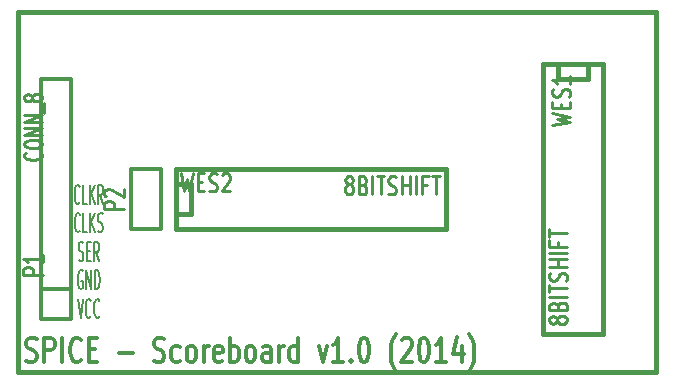
<source format=gto>
G04 (created by PCBNEW-RS274X (2011-05-25)-stable) date Thu 19 Jun 2014 11:29:52 AM PDT*
G01*
G70*
G90*
%MOIN*%
G04 Gerber Fmt 3.4, Leading zero omitted, Abs format*
%FSLAX34Y34*%
G04 APERTURE LIST*
%ADD10C,0.006000*%
%ADD11C,0.006900*%
%ADD12C,0.012000*%
%ADD13C,0.015000*%
%ADD14C,0.010700*%
%ADD15C,0.010000*%
%ADD16C,0.011300*%
G04 APERTURE END LIST*
G54D10*
G54D11*
X06798Y-11095D02*
X06785Y-11125D01*
X06746Y-11155D01*
X06720Y-11155D01*
X06680Y-11125D01*
X06654Y-11065D01*
X06641Y-11005D01*
X06628Y-10885D01*
X06628Y-10795D01*
X06641Y-10675D01*
X06654Y-10615D01*
X06680Y-10555D01*
X06720Y-10525D01*
X06746Y-10525D01*
X06785Y-10555D01*
X06798Y-10585D01*
X07048Y-11155D02*
X06917Y-11155D01*
X06917Y-10525D01*
X07140Y-11155D02*
X07140Y-10525D01*
X07297Y-11155D02*
X07179Y-10795D01*
X07297Y-10525D02*
X07140Y-10885D01*
X07573Y-11155D02*
X07481Y-10855D01*
X07416Y-11155D02*
X07416Y-10525D01*
X07521Y-10525D01*
X07547Y-10555D01*
X07560Y-10585D01*
X07573Y-10645D01*
X07573Y-10735D01*
X07560Y-10795D01*
X07547Y-10825D01*
X07521Y-10855D01*
X07416Y-10855D01*
X06804Y-12046D02*
X06791Y-12076D01*
X06752Y-12106D01*
X06726Y-12106D01*
X06686Y-12076D01*
X06660Y-12016D01*
X06647Y-11956D01*
X06634Y-11836D01*
X06634Y-11746D01*
X06647Y-11626D01*
X06660Y-11566D01*
X06686Y-11506D01*
X06726Y-11476D01*
X06752Y-11476D01*
X06791Y-11506D01*
X06804Y-11536D01*
X07054Y-12106D02*
X06923Y-12106D01*
X06923Y-11476D01*
X07146Y-12106D02*
X07146Y-11476D01*
X07303Y-12106D02*
X07185Y-11746D01*
X07303Y-11476D02*
X07146Y-11836D01*
X07409Y-12076D02*
X07448Y-12106D01*
X07514Y-12106D01*
X07540Y-12076D01*
X07553Y-12046D01*
X07566Y-11986D01*
X07566Y-11926D01*
X07553Y-11866D01*
X07540Y-11836D01*
X07514Y-11806D01*
X07461Y-11776D01*
X07435Y-11746D01*
X07422Y-11716D01*
X07409Y-11656D01*
X07409Y-11596D01*
X07422Y-11536D01*
X07435Y-11506D01*
X07461Y-11476D01*
X07527Y-11476D01*
X07566Y-11506D01*
X06759Y-13027D02*
X06798Y-13057D01*
X06864Y-13057D01*
X06890Y-13027D01*
X06903Y-12997D01*
X06916Y-12937D01*
X06916Y-12877D01*
X06903Y-12817D01*
X06890Y-12787D01*
X06864Y-12757D01*
X06811Y-12727D01*
X06785Y-12697D01*
X06772Y-12667D01*
X06759Y-12607D01*
X06759Y-12547D01*
X06772Y-12487D01*
X06785Y-12457D01*
X06811Y-12427D01*
X06877Y-12427D01*
X06916Y-12457D01*
X07035Y-12727D02*
X07127Y-12727D01*
X07166Y-13057D02*
X07035Y-13057D01*
X07035Y-12427D01*
X07166Y-12427D01*
X07442Y-13057D02*
X07350Y-12757D01*
X07285Y-13057D02*
X07285Y-12427D01*
X07390Y-12427D01*
X07416Y-12457D01*
X07429Y-12487D01*
X07442Y-12547D01*
X07442Y-12637D01*
X07429Y-12697D01*
X07416Y-12727D01*
X07390Y-12757D01*
X07285Y-12757D01*
X06890Y-13408D02*
X06864Y-13378D01*
X06825Y-13378D01*
X06785Y-13408D01*
X06759Y-13468D01*
X06746Y-13528D01*
X06733Y-13648D01*
X06733Y-13738D01*
X06746Y-13858D01*
X06759Y-13918D01*
X06785Y-13978D01*
X06825Y-14008D01*
X06851Y-14008D01*
X06890Y-13978D01*
X06903Y-13948D01*
X06903Y-13738D01*
X06851Y-13738D01*
X07022Y-14008D02*
X07022Y-13378D01*
X07179Y-14008D01*
X07179Y-13378D01*
X07311Y-14008D02*
X07311Y-13378D01*
X07376Y-13378D01*
X07416Y-13408D01*
X07442Y-13468D01*
X07455Y-13528D01*
X07468Y-13648D01*
X07468Y-13738D01*
X07455Y-13858D01*
X07442Y-13918D01*
X07416Y-13978D01*
X07376Y-14008D01*
X07311Y-14008D01*
X06732Y-14329D02*
X06824Y-14959D01*
X06916Y-14329D01*
X07166Y-14899D02*
X07153Y-14929D01*
X07114Y-14959D01*
X07088Y-14959D01*
X07048Y-14929D01*
X07022Y-14869D01*
X07009Y-14809D01*
X06996Y-14689D01*
X06996Y-14599D01*
X07009Y-14479D01*
X07022Y-14419D01*
X07048Y-14359D01*
X07088Y-14329D01*
X07114Y-14329D01*
X07153Y-14359D01*
X07166Y-14389D01*
X07442Y-14899D02*
X07429Y-14929D01*
X07390Y-14959D01*
X07364Y-14959D01*
X07324Y-14929D01*
X07298Y-14869D01*
X07285Y-14809D01*
X07272Y-14689D01*
X07272Y-14599D01*
X07285Y-14479D01*
X07298Y-14419D01*
X07324Y-14359D01*
X07364Y-14329D01*
X07390Y-14329D01*
X07429Y-14359D01*
X07442Y-14389D01*
G54D12*
X05016Y-16386D02*
X05102Y-16424D01*
X05245Y-16424D01*
X05302Y-16386D01*
X05331Y-16348D01*
X05359Y-16271D01*
X05359Y-16195D01*
X05331Y-16119D01*
X05302Y-16081D01*
X05245Y-16043D01*
X05131Y-16005D01*
X05073Y-15967D01*
X05045Y-15929D01*
X05016Y-15852D01*
X05016Y-15776D01*
X05045Y-15700D01*
X05073Y-15662D01*
X05131Y-15624D01*
X05273Y-15624D01*
X05359Y-15662D01*
X05616Y-16424D02*
X05616Y-15624D01*
X05844Y-15624D01*
X05902Y-15662D01*
X05930Y-15700D01*
X05959Y-15776D01*
X05959Y-15890D01*
X05930Y-15967D01*
X05902Y-16005D01*
X05844Y-16043D01*
X05616Y-16043D01*
X06216Y-16424D02*
X06216Y-15624D01*
X06845Y-16348D02*
X06816Y-16386D01*
X06730Y-16424D01*
X06673Y-16424D01*
X06588Y-16386D01*
X06530Y-16310D01*
X06502Y-16233D01*
X06473Y-16081D01*
X06473Y-15967D01*
X06502Y-15814D01*
X06530Y-15738D01*
X06588Y-15662D01*
X06673Y-15624D01*
X06730Y-15624D01*
X06816Y-15662D01*
X06845Y-15700D01*
X07102Y-16005D02*
X07302Y-16005D01*
X07388Y-16424D02*
X07102Y-16424D01*
X07102Y-15624D01*
X07388Y-15624D01*
X08102Y-16119D02*
X08559Y-16119D01*
X09273Y-16386D02*
X09359Y-16424D01*
X09502Y-16424D01*
X09559Y-16386D01*
X09588Y-16348D01*
X09616Y-16271D01*
X09616Y-16195D01*
X09588Y-16119D01*
X09559Y-16081D01*
X09502Y-16043D01*
X09388Y-16005D01*
X09330Y-15967D01*
X09302Y-15929D01*
X09273Y-15852D01*
X09273Y-15776D01*
X09302Y-15700D01*
X09330Y-15662D01*
X09388Y-15624D01*
X09530Y-15624D01*
X09616Y-15662D01*
X10130Y-16386D02*
X10073Y-16424D01*
X09959Y-16424D01*
X09901Y-16386D01*
X09873Y-16348D01*
X09844Y-16271D01*
X09844Y-16043D01*
X09873Y-15967D01*
X09901Y-15929D01*
X09959Y-15890D01*
X10073Y-15890D01*
X10130Y-15929D01*
X10473Y-16424D02*
X10415Y-16386D01*
X10387Y-16348D01*
X10358Y-16271D01*
X10358Y-16043D01*
X10387Y-15967D01*
X10415Y-15929D01*
X10473Y-15890D01*
X10558Y-15890D01*
X10615Y-15929D01*
X10644Y-15967D01*
X10673Y-16043D01*
X10673Y-16271D01*
X10644Y-16348D01*
X10615Y-16386D01*
X10558Y-16424D01*
X10473Y-16424D01*
X10930Y-16424D02*
X10930Y-15890D01*
X10930Y-16043D02*
X10958Y-15967D01*
X10987Y-15929D01*
X11044Y-15890D01*
X11101Y-15890D01*
X11529Y-16386D02*
X11472Y-16424D01*
X11358Y-16424D01*
X11301Y-16386D01*
X11272Y-16310D01*
X11272Y-16005D01*
X11301Y-15929D01*
X11358Y-15890D01*
X11472Y-15890D01*
X11529Y-15929D01*
X11558Y-16005D01*
X11558Y-16081D01*
X11272Y-16157D01*
X11815Y-16424D02*
X11815Y-15624D01*
X11815Y-15929D02*
X11872Y-15890D01*
X11986Y-15890D01*
X12043Y-15929D01*
X12072Y-15967D01*
X12101Y-16043D01*
X12101Y-16271D01*
X12072Y-16348D01*
X12043Y-16386D01*
X11986Y-16424D01*
X11872Y-16424D01*
X11815Y-16386D01*
X12444Y-16424D02*
X12386Y-16386D01*
X12358Y-16348D01*
X12329Y-16271D01*
X12329Y-16043D01*
X12358Y-15967D01*
X12386Y-15929D01*
X12444Y-15890D01*
X12529Y-15890D01*
X12586Y-15929D01*
X12615Y-15967D01*
X12644Y-16043D01*
X12644Y-16271D01*
X12615Y-16348D01*
X12586Y-16386D01*
X12529Y-16424D01*
X12444Y-16424D01*
X13158Y-16424D02*
X13158Y-16005D01*
X13129Y-15929D01*
X13072Y-15890D01*
X12958Y-15890D01*
X12901Y-15929D01*
X13158Y-16386D02*
X13101Y-16424D01*
X12958Y-16424D01*
X12901Y-16386D01*
X12872Y-16310D01*
X12872Y-16233D01*
X12901Y-16157D01*
X12958Y-16119D01*
X13101Y-16119D01*
X13158Y-16081D01*
X13444Y-16424D02*
X13444Y-15890D01*
X13444Y-16043D02*
X13472Y-15967D01*
X13501Y-15929D01*
X13558Y-15890D01*
X13615Y-15890D01*
X14072Y-16424D02*
X14072Y-15624D01*
X14072Y-16386D02*
X14015Y-16424D01*
X13901Y-16424D01*
X13843Y-16386D01*
X13815Y-16348D01*
X13786Y-16271D01*
X13786Y-16043D01*
X13815Y-15967D01*
X13843Y-15929D01*
X13901Y-15890D01*
X14015Y-15890D01*
X14072Y-15929D01*
X14758Y-15890D02*
X14901Y-16424D01*
X15043Y-15890D01*
X15586Y-16424D02*
X15243Y-16424D01*
X15415Y-16424D02*
X15415Y-15624D01*
X15358Y-15738D01*
X15300Y-15814D01*
X15243Y-15852D01*
X15843Y-16348D02*
X15871Y-16386D01*
X15843Y-16424D01*
X15814Y-16386D01*
X15843Y-16348D01*
X15843Y-16424D01*
X16243Y-15624D02*
X16300Y-15624D01*
X16357Y-15662D01*
X16386Y-15700D01*
X16415Y-15776D01*
X16443Y-15929D01*
X16443Y-16119D01*
X16415Y-16271D01*
X16386Y-16348D01*
X16357Y-16386D01*
X16300Y-16424D01*
X16243Y-16424D01*
X16186Y-16386D01*
X16157Y-16348D01*
X16129Y-16271D01*
X16100Y-16119D01*
X16100Y-15929D01*
X16129Y-15776D01*
X16157Y-15700D01*
X16186Y-15662D01*
X16243Y-15624D01*
X17328Y-16729D02*
X17300Y-16690D01*
X17243Y-16576D01*
X17214Y-16500D01*
X17185Y-16386D01*
X17157Y-16195D01*
X17157Y-16043D01*
X17185Y-15852D01*
X17214Y-15738D01*
X17243Y-15662D01*
X17300Y-15548D01*
X17328Y-15510D01*
X17528Y-15700D02*
X17557Y-15662D01*
X17614Y-15624D01*
X17757Y-15624D01*
X17814Y-15662D01*
X17843Y-15700D01*
X17871Y-15776D01*
X17871Y-15852D01*
X17843Y-15967D01*
X17500Y-16424D01*
X17871Y-16424D01*
X18242Y-15624D02*
X18299Y-15624D01*
X18356Y-15662D01*
X18385Y-15700D01*
X18414Y-15776D01*
X18442Y-15929D01*
X18442Y-16119D01*
X18414Y-16271D01*
X18385Y-16348D01*
X18356Y-16386D01*
X18299Y-16424D01*
X18242Y-16424D01*
X18185Y-16386D01*
X18156Y-16348D01*
X18128Y-16271D01*
X18099Y-16119D01*
X18099Y-15929D01*
X18128Y-15776D01*
X18156Y-15700D01*
X18185Y-15662D01*
X18242Y-15624D01*
X19013Y-16424D02*
X18670Y-16424D01*
X18842Y-16424D02*
X18842Y-15624D01*
X18785Y-15738D01*
X18727Y-15814D01*
X18670Y-15852D01*
X19527Y-15890D02*
X19527Y-16424D01*
X19384Y-15586D02*
X19241Y-16157D01*
X19613Y-16157D01*
X19784Y-16729D02*
X19812Y-16690D01*
X19869Y-16576D01*
X19898Y-16500D01*
X19927Y-16386D01*
X19955Y-16195D01*
X19955Y-16043D01*
X19927Y-15852D01*
X19898Y-15738D01*
X19869Y-15662D01*
X19812Y-15548D01*
X19784Y-15510D01*
G54D13*
X26000Y-04750D02*
X04750Y-04750D01*
X26000Y-16750D02*
X26000Y-04750D01*
X04750Y-16750D02*
X26000Y-16750D01*
X04750Y-04750D02*
X04750Y-16750D01*
G54D12*
X05500Y-15000D02*
X05500Y-07000D01*
X05500Y-07000D02*
X06500Y-07000D01*
X06500Y-07000D02*
X06500Y-15000D01*
X06500Y-15000D02*
X05500Y-15000D01*
X06500Y-14000D02*
X05500Y-14000D01*
X09500Y-12000D02*
X08500Y-12000D01*
X08500Y-12000D02*
X08500Y-10000D01*
X08500Y-10000D02*
X09500Y-10000D01*
X09500Y-10000D02*
X09500Y-12000D01*
G54D13*
X23750Y-06500D02*
X23750Y-06500D01*
X23750Y-06500D02*
X23750Y-07000D01*
X23750Y-07000D02*
X22750Y-07000D01*
X22750Y-07000D02*
X22750Y-06500D01*
X24250Y-06500D02*
X24250Y-15500D01*
X24250Y-15500D02*
X22250Y-15500D01*
X22250Y-15500D02*
X22250Y-06500D01*
X22250Y-06500D02*
X24250Y-06500D01*
X10000Y-10500D02*
X10000Y-10500D01*
X10000Y-10500D02*
X10500Y-10500D01*
X10500Y-10500D02*
X10500Y-11500D01*
X10500Y-11500D02*
X10000Y-11500D01*
X10000Y-10000D02*
X19000Y-10000D01*
X19000Y-10000D02*
X19000Y-12000D01*
X19000Y-12000D02*
X10000Y-12000D01*
X10000Y-12000D02*
X10000Y-10000D01*
G54D14*
X05575Y-13516D02*
X04894Y-13516D01*
X04894Y-13353D01*
X04927Y-13312D01*
X04959Y-13292D01*
X05024Y-13272D01*
X05121Y-13272D01*
X05186Y-13292D01*
X05218Y-13312D01*
X05251Y-13353D01*
X05251Y-13516D01*
X05575Y-12864D02*
X05575Y-13108D01*
X05575Y-12986D02*
X04894Y-12986D01*
X04991Y-13027D01*
X05056Y-13068D01*
X05089Y-13108D01*
G54D15*
X05486Y-09447D02*
X05514Y-09466D01*
X05543Y-09523D01*
X05543Y-09561D01*
X05514Y-09619D01*
X05457Y-09657D01*
X05400Y-09676D01*
X05286Y-09695D01*
X05200Y-09695D01*
X05086Y-09676D01*
X05029Y-09657D01*
X04971Y-09619D01*
X04943Y-09561D01*
X04943Y-09523D01*
X04971Y-09466D01*
X05000Y-09447D01*
X04943Y-09200D02*
X04943Y-09123D01*
X04971Y-09085D01*
X05029Y-09047D01*
X05143Y-09028D01*
X05343Y-09028D01*
X05457Y-09047D01*
X05514Y-09085D01*
X05543Y-09123D01*
X05543Y-09200D01*
X05514Y-09238D01*
X05457Y-09276D01*
X05343Y-09295D01*
X05143Y-09295D01*
X05029Y-09276D01*
X04971Y-09238D01*
X04943Y-09200D01*
X05543Y-08857D02*
X04943Y-08857D01*
X05543Y-08628D01*
X04943Y-08628D01*
X05543Y-08438D02*
X04943Y-08438D01*
X05543Y-08209D01*
X04943Y-08209D01*
X05600Y-08114D02*
X05600Y-07809D01*
X05200Y-07657D02*
X05171Y-07695D01*
X05143Y-07714D01*
X05086Y-07733D01*
X05057Y-07733D01*
X05000Y-07714D01*
X04971Y-07695D01*
X04943Y-07657D01*
X04943Y-07580D01*
X04971Y-07542D01*
X05000Y-07523D01*
X05057Y-07504D01*
X05086Y-07504D01*
X05143Y-07523D01*
X05171Y-07542D01*
X05200Y-07580D01*
X05200Y-07657D01*
X05229Y-07695D01*
X05257Y-07714D01*
X05314Y-07733D01*
X05429Y-07733D01*
X05486Y-07714D01*
X05514Y-07695D01*
X05543Y-07657D01*
X05543Y-07580D01*
X05514Y-07542D01*
X05486Y-07523D01*
X05429Y-07504D01*
X05314Y-07504D01*
X05257Y-07523D01*
X05229Y-07542D01*
X05200Y-07580D01*
G54D14*
X08275Y-11316D02*
X07594Y-11316D01*
X07594Y-11153D01*
X07627Y-11112D01*
X07659Y-11092D01*
X07724Y-11072D01*
X07821Y-11072D01*
X07886Y-11092D01*
X07918Y-11112D01*
X07951Y-11153D01*
X07951Y-11316D01*
X07659Y-10908D02*
X07627Y-10888D01*
X07594Y-10847D01*
X07594Y-10745D01*
X07627Y-10705D01*
X07659Y-10684D01*
X07724Y-10664D01*
X07789Y-10664D01*
X07886Y-10684D01*
X08275Y-10929D01*
X08275Y-10664D01*
G54D16*
X22543Y-08525D02*
X23143Y-08418D01*
X22714Y-08332D01*
X23143Y-08246D01*
X22543Y-08139D01*
X22829Y-07968D02*
X22829Y-07818D01*
X23143Y-07754D02*
X23143Y-07968D01*
X22543Y-07968D01*
X22543Y-07754D01*
X23114Y-07582D02*
X23143Y-07518D01*
X23143Y-07411D01*
X23114Y-07368D01*
X23086Y-07347D01*
X23029Y-07325D01*
X22971Y-07325D01*
X22914Y-07347D01*
X22886Y-07368D01*
X22857Y-07411D01*
X22829Y-07497D01*
X22800Y-07539D01*
X22771Y-07561D01*
X22714Y-07582D01*
X22657Y-07582D01*
X22600Y-07561D01*
X22571Y-07539D01*
X22543Y-07497D01*
X22543Y-07389D01*
X22571Y-07325D01*
X23143Y-06896D02*
X23143Y-07153D01*
X23143Y-07025D02*
X22543Y-07025D01*
X22629Y-07068D01*
X22686Y-07110D01*
X22714Y-07153D01*
X22700Y-15068D02*
X22671Y-15110D01*
X22643Y-15132D01*
X22586Y-15153D01*
X22557Y-15153D01*
X22500Y-15132D01*
X22471Y-15110D01*
X22443Y-15068D01*
X22443Y-14982D01*
X22471Y-14939D01*
X22500Y-14918D01*
X22557Y-14896D01*
X22586Y-14896D01*
X22643Y-14918D01*
X22671Y-14939D01*
X22700Y-14982D01*
X22700Y-15068D01*
X22729Y-15110D01*
X22757Y-15132D01*
X22814Y-15153D01*
X22929Y-15153D01*
X22986Y-15132D01*
X23014Y-15110D01*
X23043Y-15068D01*
X23043Y-14982D01*
X23014Y-14939D01*
X22986Y-14918D01*
X22929Y-14896D01*
X22814Y-14896D01*
X22757Y-14918D01*
X22729Y-14939D01*
X22700Y-14982D01*
X22729Y-14553D02*
X22757Y-14489D01*
X22786Y-14467D01*
X22843Y-14446D01*
X22929Y-14446D01*
X22986Y-14467D01*
X23014Y-14489D01*
X23043Y-14531D01*
X23043Y-14703D01*
X22443Y-14703D01*
X22443Y-14553D01*
X22471Y-14510D01*
X22500Y-14489D01*
X22557Y-14467D01*
X22614Y-14467D01*
X22671Y-14489D01*
X22700Y-14510D01*
X22729Y-14553D01*
X22729Y-14703D01*
X23043Y-14253D02*
X22443Y-14253D01*
X22443Y-14103D02*
X22443Y-13846D01*
X23043Y-13975D02*
X22443Y-13975D01*
X23014Y-13717D02*
X23043Y-13653D01*
X23043Y-13546D01*
X23014Y-13503D01*
X22986Y-13482D01*
X22929Y-13460D01*
X22871Y-13460D01*
X22814Y-13482D01*
X22786Y-13503D01*
X22757Y-13546D01*
X22729Y-13632D01*
X22700Y-13674D01*
X22671Y-13696D01*
X22614Y-13717D01*
X22557Y-13717D01*
X22500Y-13696D01*
X22471Y-13674D01*
X22443Y-13632D01*
X22443Y-13524D01*
X22471Y-13460D01*
X23043Y-13267D02*
X22443Y-13267D01*
X22729Y-13267D02*
X22729Y-13010D01*
X23043Y-13010D02*
X22443Y-13010D01*
X23043Y-12796D02*
X22443Y-12796D01*
X22729Y-12432D02*
X22729Y-12582D01*
X23043Y-12582D02*
X22443Y-12582D01*
X22443Y-12368D01*
X22443Y-12260D02*
X22443Y-12003D01*
X23043Y-12132D02*
X22443Y-12132D01*
X10175Y-10143D02*
X10282Y-10743D01*
X10368Y-10314D01*
X10454Y-10743D01*
X10561Y-10143D01*
X10732Y-10429D02*
X10882Y-10429D01*
X10946Y-10743D02*
X10732Y-10743D01*
X10732Y-10143D01*
X10946Y-10143D01*
X11118Y-10714D02*
X11182Y-10743D01*
X11289Y-10743D01*
X11332Y-10714D01*
X11353Y-10686D01*
X11375Y-10629D01*
X11375Y-10571D01*
X11353Y-10514D01*
X11332Y-10486D01*
X11289Y-10457D01*
X11203Y-10429D01*
X11161Y-10400D01*
X11139Y-10371D01*
X11118Y-10314D01*
X11118Y-10257D01*
X11139Y-10200D01*
X11161Y-10171D01*
X11203Y-10143D01*
X11311Y-10143D01*
X11375Y-10171D01*
X11547Y-10200D02*
X11568Y-10171D01*
X11611Y-10143D01*
X11718Y-10143D01*
X11761Y-10171D01*
X11782Y-10200D01*
X11804Y-10257D01*
X11804Y-10314D01*
X11782Y-10400D01*
X11525Y-10743D01*
X11804Y-10743D01*
X15732Y-10500D02*
X15690Y-10471D01*
X15668Y-10443D01*
X15647Y-10386D01*
X15647Y-10357D01*
X15668Y-10300D01*
X15690Y-10271D01*
X15732Y-10243D01*
X15818Y-10243D01*
X15861Y-10271D01*
X15882Y-10300D01*
X15904Y-10357D01*
X15904Y-10386D01*
X15882Y-10443D01*
X15861Y-10471D01*
X15818Y-10500D01*
X15732Y-10500D01*
X15690Y-10529D01*
X15668Y-10557D01*
X15647Y-10614D01*
X15647Y-10729D01*
X15668Y-10786D01*
X15690Y-10814D01*
X15732Y-10843D01*
X15818Y-10843D01*
X15861Y-10814D01*
X15882Y-10786D01*
X15904Y-10729D01*
X15904Y-10614D01*
X15882Y-10557D01*
X15861Y-10529D01*
X15818Y-10500D01*
X16247Y-10529D02*
X16311Y-10557D01*
X16333Y-10586D01*
X16354Y-10643D01*
X16354Y-10729D01*
X16333Y-10786D01*
X16311Y-10814D01*
X16269Y-10843D01*
X16097Y-10843D01*
X16097Y-10243D01*
X16247Y-10243D01*
X16290Y-10271D01*
X16311Y-10300D01*
X16333Y-10357D01*
X16333Y-10414D01*
X16311Y-10471D01*
X16290Y-10500D01*
X16247Y-10529D01*
X16097Y-10529D01*
X16547Y-10843D02*
X16547Y-10243D01*
X16697Y-10243D02*
X16954Y-10243D01*
X16825Y-10843D02*
X16825Y-10243D01*
X17083Y-10814D02*
X17147Y-10843D01*
X17254Y-10843D01*
X17297Y-10814D01*
X17318Y-10786D01*
X17340Y-10729D01*
X17340Y-10671D01*
X17318Y-10614D01*
X17297Y-10586D01*
X17254Y-10557D01*
X17168Y-10529D01*
X17126Y-10500D01*
X17104Y-10471D01*
X17083Y-10414D01*
X17083Y-10357D01*
X17104Y-10300D01*
X17126Y-10271D01*
X17168Y-10243D01*
X17276Y-10243D01*
X17340Y-10271D01*
X17533Y-10843D02*
X17533Y-10243D01*
X17533Y-10529D02*
X17790Y-10529D01*
X17790Y-10843D02*
X17790Y-10243D01*
X18004Y-10843D02*
X18004Y-10243D01*
X18368Y-10529D02*
X18218Y-10529D01*
X18218Y-10843D02*
X18218Y-10243D01*
X18432Y-10243D01*
X18540Y-10243D02*
X18797Y-10243D01*
X18668Y-10843D02*
X18668Y-10243D01*
M02*

</source>
